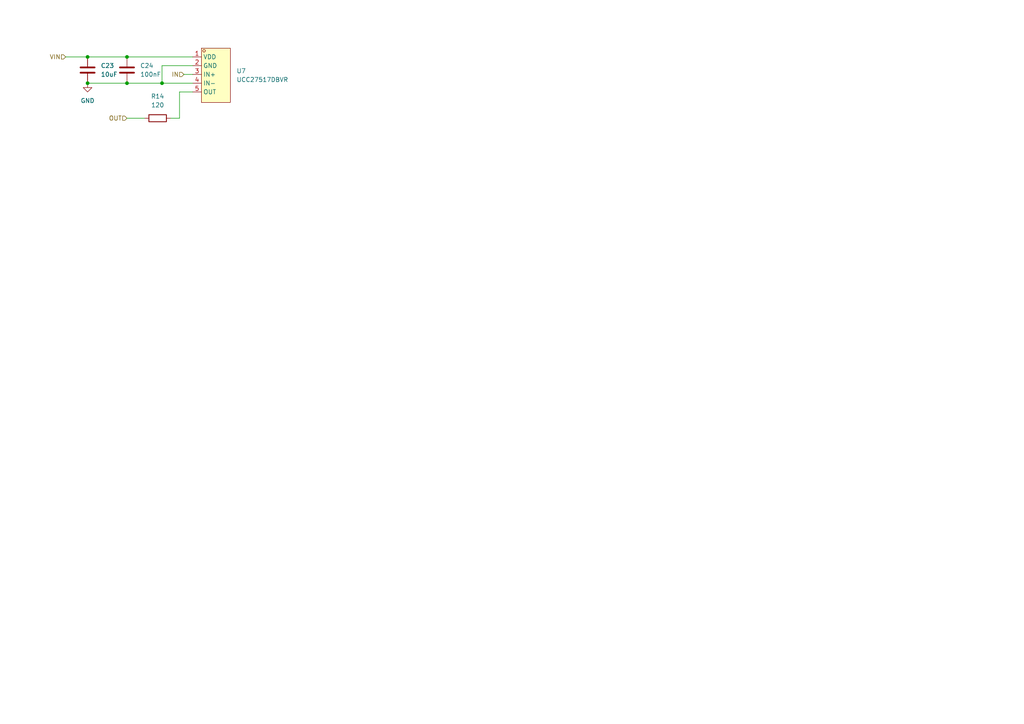
<source format=kicad_sch>
(kicad_sch (version 20250114) (generator "eeschema") (generator_version "9.0")
  (paper "A4")
  (lib_symbols
    (symbol "Device:C" (pin_numbers (hide yes)) (pin_names (offset 0.254))
      (property "Reference" "C" (at 0.635 2.54 0))
      (property "Value" "C" (at 0.635 -2.54 0))
      (symbol "C_0_1"
        (polyline (pts (xy -2.032 0.762) (xy 2.032 0.762)) (stroke (width 0.508)))
        (polyline (pts (xy -2.032 -0.762) (xy 2.032 -0.762)) (stroke (width 0.508)))
      )
      (symbol "C_1_1"
        (pin passive line (at 0 3.81 270) (length 2.794) (name "~") (number "1"))
        (pin passive line (at 0 -3.81 90) (length 2.794) (name "~") (number "2"))
      )
    )
    (symbol "Device:R" (pin_numbers (hide yes)) (pin_names (offset 0))
      (property "Reference" "R" (at 2.032 0 90))
      (property "Value" "R" (at 0 0 90))
      (symbol "R_0_1"
        (rectangle (start -1.016 -2.54) (end 1.016 2.54) (stroke (width 0.254)))
      )
      (symbol "R_1_1"
        (pin passive line (at 0 3.81 270) (length 1.27) (name "~") (number "1"))
        (pin passive line (at 0 -3.81 90) (length 1.27) (name "~") (number "2"))
      )
    )
    (symbol "easyeda2kicad:UCC27517DBVR"
      (property "Reference" "U" (at 0 10.16 0))
      (property "Value" "UCC27517DBVR" (at 0 -10.16 0))
      (symbol "UCC27517DBVR_0_1"
        (rectangle (start -2.54 7.62) (end 5.84 -8.13) (fill (type background)))
        (circle (center -1.78 6.86) (radius 0.38))
        (pin unspecified line (at -5.08 5.08 0) (length 2.54) (name "VDD") (number "1"))
        (pin unspecified line (at -5.08 2.54 0) (length 2.54) (name "GND") (number "2"))
        (pin unspecified line (at -5.08 0 0) (length 2.54) (name "IN+") (number "3"))
        (pin unspecified line (at -5.08 -2.54 0) (length 2.54) (name "IN-") (number "4"))
        (pin unspecified line (at -5.08 -5.08 0) (length 2.54) (name "OUT") (number "5"))
      )
    )
    (symbol "power:GND" (power) (pin_numbers (hide yes)) (pin_names (offset 0) (hide yes))
      (property "Value" "GND" (at 0 -3.81 0))
      (symbol "GND_0_1"
        (polyline (pts (xy 0 0) (xy 0 -1.27) (xy 1.27 -1.27) (xy 0 -2.54) (xy -1.27 -1.27) (xy 0 -1.27)))
      )
      (symbol "GND_1_1"
        (pin power_in line (at 0 0 270) (length 0) (name "~") (number "1"))
      )
    )
  )
  (junction (at 36.83 16.51))
  (junction (at 25.4 16.51))
  (junction (at 25.4 24.13))
  (junction (at 46.99 24.13))
  (junction (at 36.83 24.13))
  (wire (pts (xy 46.99 19.05) (xy 46.99 24.13)))
  (wire (pts (xy 49.53 34.29) (xy 52.07 34.29)))
  (wire (pts (xy 36.83 24.13) (xy 46.99 24.13)))
  (wire (pts (xy 55.88 19.05) (xy 46.99 19.05)))
  (wire (pts (xy 36.83 34.29) (xy 41.91 34.29)))
  (wire (pts (xy 19.05 16.51) (xy 25.4 16.51)))
  (wire (pts (xy 25.4 16.51) (xy 36.83 16.51)))
  (wire (pts (xy 46.99 24.13) (xy 55.88 24.13)))
  (wire (pts (xy 52.07 34.29) (xy 52.07 26.67)))
  (wire (pts (xy 36.83 16.51) (xy 55.88 16.51)))
  (wire (pts (xy 53.34 21.59) (xy 55.88 21.59)))
  (wire (pts (xy 52.07 26.67) (xy 55.88 26.67)))
  (wire (pts (xy 36.83 24.13) (xy 25.4 24.13)))
  (hierarchical_label "VIN" (shape input) (at 19.05 16.51 180))
  (hierarchical_label "IN" (shape input) (at 53.34 21.59 180))
  (hierarchical_label "OUT" (shape input) (at 36.83 34.29 180))
  (symbol (lib_id "easyeda2kicad:UCC27517DBVR") (at 60.96 21.59 0) (unit 1)
    (property "Reference" "U2" (at 68.58 20.5749 0) (effects (justify left)))
    (property "Value" "UCC27517DBVR" (at 68.58 23.1149 0) (effects (justify left)))
    (property "Footprint" "easyeda2kicad:SOT-23-5_L3.0-W1.7-P0.95-LS2.8-BR" (effects (hide yes)))
    (property "Datasheet" "https://lcsc.com/product-detail/MOS-Drivers_TI_UCC27517DBVR_UCC27517DBVR_C99395.html" (effects (hide yes)))
    (property "LCSC Part" "C99395" (effects (hide yes)))
    (instances (project "hi_amp" (path "" (reference "U7") (unit 1)) (path "" (reference "U2") (unit 1)) (path "" (reference "U6") (unit 1)) (path "" (reference "U10") (unit 1))))
  )
  (symbol (lib_id "Device:C") (at 36.83 20.32 0) (unit 1)
    (property "Reference" "C7" (at 40.64 19.0499 0) (effects (justify left)))
    (property "Value" "100nF" (at 40.64 21.5899 0) (effects (justify left)))
    (property "Footprint" "Capacitor_SMD:C_0603_1608Metric" (effects (hide yes)))
    (property "Description" "Unpolarized capacitor" (effects (hide yes)))
    (instances (project "hi_amp" (path "" (reference "C24") (unit 1)) (path "" (reference "C7") (unit 1)) (path "" (reference "C22") (unit 1)) (path "" (reference "C26") (unit 1))))
  )
  (symbol (lib_id "Device:R") (at 45.72 34.29 90) (unit 1)
    (property "Reference" "R6" (at 45.72 27.94 90))
    (property "Value" "120" (at 45.72 30.48 90))
    (property "Footprint" "Resistor_SMD:R_0805_2012Metric_Pad1.20x1.40mm_HandSolder" (effects (hide yes)))
    (property "Description" "Resistor" (effects (hide yes)))
    (instances (project "hi_amp" (path "" (reference "R14") (unit 1)) (path "" (reference "R6") (unit 1)) (path "" (reference "R13") (unit 1)) (path "" (reference "R21") (unit 1))))
  )
  (symbol (lib_id "Device:C") (at 25.4 20.32 0) (unit 1)
    (property "Reference" "C6" (at 29.21 19.0499 0) (effects (justify left)))
    (property "Value" "10uF" (at 29.21 21.5899 0) (effects (justify left)))
    (property "Footprint" "Capacitor_SMD:C_0603_1608Metric" (effects (hide yes)))
    (property "Description" "Unpolarized capacitor" (effects (hide yes)))
    (instances (project "hi_amp" (path "" (reference "C23") (unit 1)) (path "" (reference "C6") (unit 1)) (path "" (reference "C21") (unit 1)) (path "" (reference "C25") (unit 1))))
  )
  (symbol (lib_id "power:GND") (at 25.4 24.13 0) (unit 1)
    (property "Reference" "#PWR012" (effects (hide yes)))
    (property "Value" "GND" (at 25.4 29.21 0))
    (property "Description" "Power symbol creates a global label with name \"GND\" , ground" (effects (hide yes)))
    (instances (project "hi_amp" (path "" (reference "#PWR021") (unit 1)) (path "" (reference "#PWR012") (unit 1)) (path "" (reference "#PWR020") (unit 1)) (path "" (reference "#PWR024") (unit 1))))
  )
)
</source>
